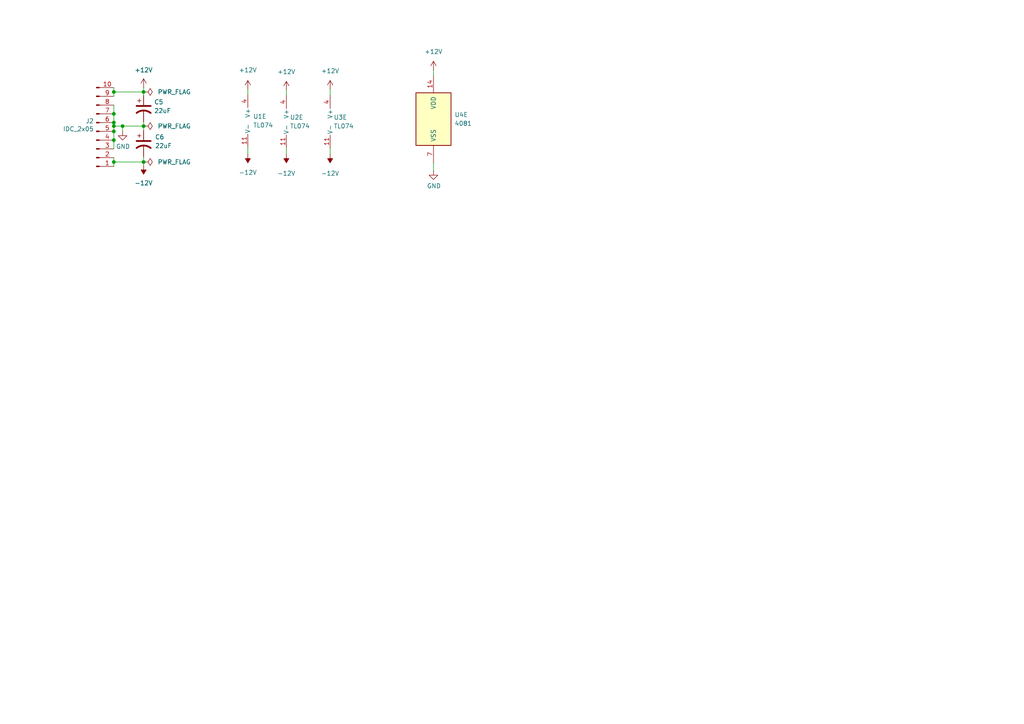
<source format=kicad_sch>
(kicad_sch (version 20211123) (generator eeschema)
  (paper "A4")
  (lib_symbols
    (symbol "4xxx:4081" (pin_names (offset 1.016))
      (property "Reference" "U" (at 0 1.27 0))
      (property "Value" "4081" (at 0 -1.27 0))
      (symbol "4081_1_1"
        (arc (start 0 -3.81) (mid 3.81 0) (end 0 3.81) (stroke (width 0.254)) (fill (type background)))
        (polyline (pts (xy 0 3.81) (xy -3.81 3.81) (xy -3.81 -3.81) (xy 0 -3.81)) (stroke (width 0.254)) (fill (type background)))
        (pin input line (at -7.62 2.54 0) (length 3.81) (name "~") (number "1"))
        (pin input line (at -7.62 -2.54 0) (length 3.81) (name "~") (number "2"))
        (pin output line (at 7.62 0 180) (length 3.81) (name "~") (number "3"))
      )
      (symbol "4081_1_2"
        (arc (start -3.81 -3.81) (mid -2.589 0) (end -3.81 3.81) (stroke (width 0.254)))
        (arc (start -0.6096 -3.81) (mid 2.1842 -2.5851) (end 3.81 0) (stroke (width 0.254)) (fill (type background)))
        (polyline (pts (xy -3.81 -3.81) (xy -0.635 -3.81)) (stroke (width 0.254)) (fill (type background)))
        (polyline (pts (xy -3.81 3.81) (xy -0.635 3.81)) (stroke (width 0.254)) (fill (type background)))
        (polyline (pts (xy -0.635 3.81) (xy -3.81 3.81) (xy -3.81 3.81) (xy -3.556 3.4036) (xy -3.0226 2.2606) (xy -2.6924 1.0414) (xy -2.6162 -0.254) (xy -2.7686 -1.4986) (xy -3.175 -2.7178) (xy -3.81 -3.81) (xy -3.81 -3.81) (xy -0.635 -3.81)) (stroke (width -25.4)) (fill (type background)))
        (arc (start 3.81 0) (mid 2.1915 2.5936) (end -0.6096 3.81) (stroke (width 0.254)) (fill (type background)))
        (pin input inverted (at -7.62 2.54 0) (length 4.318) (name "~") (number "1"))
        (pin input inverted (at -7.62 -2.54 0) (length 4.318) (name "~") (number "2"))
        (pin output inverted (at 7.62 0 180) (length 3.81) (name "~") (number "3"))
      )
      (symbol "4081_2_1"
        (arc (start 0 -3.81) (mid 3.81 0) (end 0 3.81) (stroke (width 0.254)) (fill (type background)))
        (polyline (pts (xy 0 3.81) (xy -3.81 3.81) (xy -3.81 -3.81) (xy 0 -3.81)) (stroke (width 0.254)) (fill (type background)))
        (pin output line (at 7.62 0 180) (length 3.81) (name "~") (number "4"))
        (pin input line (at -7.62 2.54 0) (length 3.81) (name "~") (number "5"))
        (pin input line (at -7.62 -2.54 0) (length 3.81) (name "~") (number "6"))
      )
      (symbol "4081_2_2"
        (arc (start -3.81 -3.81) (mid -2.589 0) (end -3.81 3.81) (stroke (width 0.254)))
        (arc (start -0.6096 -3.81) (mid 2.1842 -2.5851) (end 3.81 0) (stroke (width 0.254)) (fill (type background)))
        (polyline (pts (xy -3.81 -3.81) (xy -0.635 -3.81)) (stroke (width 0.254)) (fill (type background)))
        (polyline (pts (xy -3.81 3.81) (xy -0.635 3.81)) (stroke (width 0.254)) (fill (type background)))
        (polyline (pts (xy -0.635 3.81) (xy -3.81 3.81) (xy -3.81 3.81) (xy -3.556 3.4036) (xy -3.0226 2.2606) (xy -2.6924 1.0414) (xy -2.6162 -0.254) (xy -2.7686 -1.4986) (xy -3.175 -2.7178) (xy -3.81 -3.81) (xy -3.81 -3.81) (xy -0.635 -3.81)) (stroke (width -25.4)) (fill (type background)))
        (arc (start 3.81 0) (mid 2.1915 2.5936) (end -0.6096 3.81) (stroke (width 0.254)) (fill (type background)))
        (pin output inverted (at 7.62 0 180) (length 3.81) (name "~") (number "4"))
        (pin input inverted (at -7.62 2.54 0) (length 4.318) (name "~") (number "5"))
        (pin input inverted (at -7.62 -2.54 0) (length 4.318) (name "~") (number "6"))
      )
      (symbol "4081_3_1"
        (arc (start 0 -3.81) (mid 3.81 0) (end 0 3.81) (stroke (width 0.254)) (fill (type background)))
        (polyline (pts (xy 0 3.81) (xy -3.81 3.81) (xy -3.81 -3.81) (xy 0 -3.81)) (stroke (width 0.254)) (fill (type background)))
        (pin output line (at 7.62 0 180) (length 3.81) (name "~") (number "10"))
        (pin input line (at -7.62 2.54 0) (length 3.81) (name "~") (number "8"))
        (pin input line (at -7.62 -2.54 0) (length 3.81) (name "~") (number "9"))
      )
      (symbol "4081_3_2"
        (arc (start -3.81 -3.81) (mid -2.589 0) (end -3.81 3.81) (stroke (width 0.254)))
        (arc (start -0.6096 -3.81) (mid 2.1842 -2.5851) (end 3.81 0) (stroke (width 0.254)) (fill (type background)))
        (polyline (pts (xy -3.81 -3.81) (xy -0.635 -3.81)) (stroke (width 0.254)) (fill (type background)))
        (polyline (pts (xy -3.81 3.81) (xy -0.635 3.81)) (stroke (width 0.254)) (fill (type background)))
        (polyline (pts (xy -0.635 3.81) (xy -3.81 3.81) (xy -3.81 3.81) (xy -3.556 3.4036) (xy -3.0226 2.2606) (xy -2.6924 1.0414) (xy -2.6162 -0.254) (xy -2.7686 -1.4986) (xy -3.175 -2.7178) (xy -3.81 -3.81) (xy -3.81 -3.81) (xy -0.635 -3.81)) (stroke (width -25.4)) (fill (type background)))
        (arc (start 3.81 0) (mid 2.1915 2.5936) (end -0.6096 3.81) (stroke (width 0.254)) (fill (type background)))
        (pin output inverted (at 7.62 0 180) (length 3.81) (name "~") (number "10"))
        (pin input inverted (at -7.62 2.54 0) (length 4.318) (name "~") (number "8"))
        (pin input inverted (at -7.62 -2.54 0) (length 4.318) (name "~") (number "9"))
      )
      (symbol "4081_4_1"
        (arc (start 0 -3.81) (mid 3.81 0) (end 0 3.81) (stroke (width 0.254)) (fill (type background)))
        (polyline (pts (xy 0 3.81) (xy -3.81 3.81) (xy -3.81 -3.81) (xy 0 -3.81)) (stroke (width 0.254)) (fill (type background)))
        (pin output line (at 7.62 0 180) (length 3.81) (name "~") (number "11"))
        (pin input line (at -7.62 2.54 0) (length 3.81) (name "~") (number "12"))
        (pin input line (at -7.62 -2.54 0) (length 3.81) (name "~") (number "13"))
      )
      (symbol "4081_4_2"
        (arc (start -3.81 -3.81) (mid -2.589 0) (end -3.81 3.81) (stroke (width 0.254)))
        (arc (start -0.6096 -3.81) (mid 2.1842 -2.5851) (end 3.81 0) (stroke (width 0.254)) (fill (type background)))
        (polyline (pts (xy -3.81 -3.81) (xy -0.635 -3.81)) (stroke (width 0.254)) (fill (type background)))
        (polyline (pts (xy -3.81 3.81) (xy -0.635 3.81)) (stroke (width 0.254)) (fill (type background)))
        (polyline (pts (xy -0.635 3.81) (xy -3.81 3.81) (xy -3.81 3.81) (xy -3.556 3.4036) (xy -3.0226 2.2606) (xy -2.6924 1.0414) (xy -2.6162 -0.254) (xy -2.7686 -1.4986) (xy -3.175 -2.7178) (xy -3.81 -3.81) (xy -3.81 -3.81) (xy -0.635 -3.81)) (stroke (width -25.4)) (fill (type background)))
        (arc (start 3.81 0) (mid 2.1915 2.5936) (end -0.6096 3.81) (stroke (width 0.254)) (fill (type background)))
        (pin output inverted (at 7.62 0 180) (length 3.81) (name "~") (number "11"))
        (pin input inverted (at -7.62 2.54 0) (length 4.318) (name "~") (number "12"))
        (pin input inverted (at -7.62 -2.54 0) (length 4.318) (name "~") (number "13"))
      )
      (symbol "4081_5_0"
        (pin power_in line (at 0 12.7 270) (length 5.08) (name "VDD") (number "14"))
        (pin power_in line (at 0 -12.7 90) (length 5.08) (name "VSS") (number "7"))
      )
      (symbol "4081_5_1"
        (rectangle (start -5.08 7.62) (end 5.08 -7.62) (stroke (width 0.254)) (fill (type background)))
      )
    )
    (symbol "Amplifier_Operational:TL074" (pin_names (offset 0.127))
      (property "Reference" "U" (at 0 5.08 0))
      (property "Value" "TL074" (at 0 -5.08 0))
      (symbol "TL074_1_1"
        (polyline (pts (xy -5.08 5.08) (xy 5.08 0) (xy -5.08 -5.08) (xy -5.08 5.08)) (stroke (width 0.254)) (fill (type background)))
        (pin output line (at 7.62 0 180) (length 2.54) (name "~") (number "1"))
        (pin input line (at -7.62 -2.54 0) (length 2.54) (name "-") (number "2"))
        (pin input line (at -7.62 2.54 0) (length 2.54) (name "+") (number "3"))
      )
      (symbol "TL074_2_1"
        (polyline (pts (xy -5.08 5.08) (xy 5.08 0) (xy -5.08 -5.08) (xy -5.08 5.08)) (stroke (width 0.254)) (fill (type background)))
        (pin input line (at -7.62 2.54 0) (length 2.54) (name "+") (number "5"))
        (pin input line (at -7.62 -2.54 0) (length 2.54) (name "-") (number "6"))
        (pin output line (at 7.62 0 180) (length 2.54) (name "~") (number "7"))
      )
      (symbol "TL074_3_1"
        (polyline (pts (xy -5.08 5.08) (xy 5.08 0) (xy -5.08 -5.08) (xy -5.08 5.08)) (stroke (width 0.254)) (fill (type background)))
        (pin input line (at -7.62 2.54 0) (length 2.54) (name "+") (number "10"))
        (pin output line (at 7.62 0 180) (length 2.54) (name "~") (number "8"))
        (pin input line (at -7.62 -2.54 0) (length 2.54) (name "-") (number "9"))
      )
      (symbol "TL074_4_1"
        (polyline (pts (xy -5.08 5.08) (xy 5.08 0) (xy -5.08 -5.08) (xy -5.08 5.08)) (stroke (width 0.254)) (fill (type background)))
        (pin input line (at -7.62 2.54 0) (length 2.54) (name "+") (number "12"))
        (pin input line (at -7.62 -2.54 0) (length 2.54) (name "-") (number "13"))
        (pin output line (at 7.62 0 180) (length 2.54) (name "~") (number "14"))
      )
      (symbol "TL074_5_1"
        (pin power_in line (at -2.54 -7.62 90) (length 3.81) (name "V-") (number "11"))
        (pin power_in line (at -2.54 7.62 270) (length 3.81) (name "V+") (number "4"))
      )
    )
    (symbol "Connector:Conn_01x10_Male" (pin_names (offset 1.016) hide)
      (property "Reference" "J" (at 0 12.7 0))
      (property "Value" "Conn_01x10_Male" (at 0 -15.24 0))
      (symbol "Conn_01x10_Male_1_1"
        (polyline (pts (xy 1.27 -12.7) (xy 0.8636 -12.7)) (stroke (width 0.1524)))
        (polyline (pts (xy 1.27 -10.16) (xy 0.8636 -10.16)) (stroke (width 0.1524)))
        (polyline (pts (xy 1.27 -7.62) (xy 0.8636 -7.62)) (stroke (width 0.1524)))
        (polyline (pts (xy 1.27 -5.08) (xy 0.8636 -5.08)) (stroke (width 0.1524)))
        (polyline (pts (xy 1.27 -2.54) (xy 0.8636 -2.54)) (stroke (width 0.1524)))
        (polyline (pts (xy 1.27 0) (xy 0.8636 0)) (stroke (width 0.1524)))
        (polyline (pts (xy 1.27 2.54) (xy 0.8636 2.54)) (stroke (width 0.1524)))
        (polyline (pts (xy 1.27 5.08) (xy 0.8636 5.08)) (stroke (width 0.1524)))
        (polyline (pts (xy 1.27 7.62) (xy 0.8636 7.62)) (stroke (width 0.1524)))
        (polyline (pts (xy 1.27 10.16) (xy 0.8636 10.16)) (stroke (width 0.1524)))
        (rectangle (start 0.8636 -12.573) (end 0 -12.827) (stroke (width 0.1524)) (fill (type outline)))
        (rectangle (start 0.8636 -10.033) (end 0 -10.287) (stroke (width 0.1524)) (fill (type outline)))
        (rectangle (start 0.8636 -7.493) (end 0 -7.747) (stroke (width 0.1524)) (fill (type outline)))
        (rectangle (start 0.8636 -4.953) (end 0 -5.207) (stroke (width 0.1524)) (fill (type outline)))
        (rectangle (start 0.8636 -2.413) (end 0 -2.667) (stroke (width 0.1524)) (fill (type outline)))
        (rectangle (start 0.8636 0.127) (end 0 -0.127) (stroke (width 0.1524)) (fill (type outline)))
        (rectangle (start 0.8636 2.667) (end 0 2.413) (stroke (width 0.1524)) (fill (type outline)))
        (rectangle (start 0.8636 5.207) (end 0 4.953) (stroke (width 0.1524)) (fill (type outline)))
        (rectangle (start 0.8636 7.747) (end 0 7.493) (stroke (width 0.1524)) (fill (type outline)))
        (rectangle (start 0.8636 10.287) (end 0 10.033) (stroke (width 0.1524)) (fill (type outline)))
        (pin passive line (at 5.08 10.16 180) (length 3.81) (name "Pin_1") (number "1"))
        (pin passive line (at 5.08 -12.7 180) (length 3.81) (name "Pin_10") (number "10"))
        (pin passive line (at 5.08 7.62 180) (length 3.81) (name "Pin_2") (number "2"))
        (pin passive line (at 5.08 5.08 180) (length 3.81) (name "Pin_3") (number "3"))
        (pin passive line (at 5.08 2.54 180) (length 3.81) (name "Pin_4") (number "4"))
        (pin passive line (at 5.08 0 180) (length 3.81) (name "Pin_5") (number "5"))
        (pin passive line (at 5.08 -2.54 180) (length 3.81) (name "Pin_6") (number "6"))
        (pin passive line (at 5.08 -5.08 180) (length 3.81) (name "Pin_7") (number "7"))
        (pin passive line (at 5.08 -7.62 180) (length 3.81) (name "Pin_8") (number "8"))
        (pin passive line (at 5.08 -10.16 180) (length 3.81) (name "Pin_9") (number "9"))
      )
    )
    (symbol "Device:C_Polarized_US" (pin_numbers hide) (pin_names (offset 0.254) hide)
      (property "Reference" "C" (at 0.635 2.54 0))
      (property "Value" "C_Polarized_US" (at 0.635 -2.54 0))
      (symbol "C_Polarized_US_0_1"
        (polyline (pts (xy -2.032 0.762) (xy 2.032 0.762)) (stroke (width 0.508)))
        (polyline (pts (xy -1.778 2.286) (xy -0.762 2.286)))
        (polyline (pts (xy -1.27 1.778) (xy -1.27 2.794)))
        (arc (start 2.032 -1.27) (mid 0 -0.5572) (end -2.032 -1.27) (stroke (width 0.508)))
      )
      (symbol "C_Polarized_US_1_1"
        (pin passive line (at 0 3.81 270) (length 2.794) (name "~") (number "1"))
        (pin passive line (at 0 -3.81 90) (length 3.302) (name "~") (number "2"))
      )
    )
    (symbol "power:+12V" (power) (pin_names (offset 0))
      (property "Value" "+12V" (at 0 3.556 0))
      (symbol "+12V_0_1"
        (polyline (pts (xy -0.762 1.27) (xy 0 2.54)))
        (polyline (pts (xy 0 0) (xy 0 2.54)))
        (polyline (pts (xy 0 2.54) (xy 0.762 1.27)))
      )
      (symbol "+12V_1_1"
        (pin power_in line (at 0 0 90) (length 0) hide (name "+12V") (number "1"))
      )
    )
    (symbol "power:-12V" (power) (pin_names (offset 0))
      (property "Value" "-12V" (at 0 3.81 0))
      (symbol "-12V_0_0"
        (pin power_in line (at 0 0 90) (length 0) hide (name "-12V") (number "1"))
      )
      (symbol "-12V_0_1"
        (polyline (pts (xy 0 0) (xy 0 1.27) (xy 0.762 1.27) (xy 0 2.54) (xy -0.762 1.27) (xy 0 1.27)) (fill (type outline)))
      )
    )
    (symbol "power:GND" (power) (pin_names (offset 0))
      (property "Value" "GND" (at 0 -3.81 0))
      (symbol "GND_0_1"
        (polyline (pts (xy 0 0) (xy 0 -1.27) (xy 1.27 -1.27) (xy 0 -2.54) (xy -1.27 -1.27) (xy 0 -1.27)))
      )
      (symbol "GND_1_1"
        (pin power_in line (at 0 0 270) (length 0) hide (name "GND") (number "1"))
      )
    )
    (symbol "power:PWR_FLAG" (power) (pin_numbers hide) (pin_names (offset 0) hide)
      (property "Value" "PWR_FLAG" (at 0 3.81 0))
      (symbol "PWR_FLAG_0_0"
        (pin power_out line (at 0 0 90) (length 0) (name "pwr") (number "1"))
      )
      (symbol "PWR_FLAG_0_1"
        (polyline (pts (xy 0 0) (xy 0 1.27) (xy -1.016 1.905) (xy 0 2.54) (xy 1.016 1.905) (xy 0 1.27)))
      )
    )
  )
  (junction (at 41.656 26.67))
  (junction (at 33.02 35.56))
  (junction (at 35.56 36.576))
  (junction (at 33.02 38.1))
  (junction (at 41.656 46.99))
  (junction (at 41.656 36.576))
  (junction (at 33.02 33.02))
  (junction (at 33.02 40.64))
  (junction (at 33.02 26.67))
  (junction (at 33.02 46.99))
  (junction (at 33.02 36.576))
  (wire (pts (xy 95.758 25.908) (xy 95.758 27.686)))
  (wire (pts (xy 33.02 26.67) (xy 41.656 26.67)))
  (wire (pts (xy 71.882 42.672) (xy 71.882 44.704)))
  (wire (pts (xy 125.73 20.32) (xy 125.73 21.844)))
  (wire (pts (xy 83.058 42.926) (xy 83.058 44.704)))
  (wire (pts (xy 41.656 36.576) (xy 41.656 37.846)))
  (wire (pts (xy 83.058 26.162) (xy 83.058 27.686)))
  (wire (pts (xy 35.56 36.576) (xy 35.56 38.1)))
  (wire (pts (xy 33.02 36.576) (xy 35.56 36.576)))
  (wire (pts (xy 71.882 25.908) (xy 71.882 27.432)))
  (wire (pts (xy 35.56 36.576) (xy 41.656 36.576)))
  (wire (pts (xy 41.656 26.67) (xy 41.656 27.686)))
  (wire (pts (xy 33.02 26.67) (xy 33.02 27.94)))
  (wire (pts (xy 95.758 42.926) (xy 95.758 44.704)))
  (wire (pts (xy 33.02 36.576) (xy 33.02 38.1)))
  (wire (pts (xy 33.02 45.72) (xy 33.02 46.99)))
  (wire (pts (xy 33.02 38.1) (xy 33.02 40.64)))
  (wire (pts (xy 41.656 25.4) (xy 41.656 26.67)))
  (wire (pts (xy 33.02 40.64) (xy 33.02 43.18)))
  (wire (pts (xy 33.02 25.4) (xy 33.02 26.67)))
  (wire (pts (xy 41.656 35.306) (xy 41.656 36.576)))
  (wire (pts (xy 41.656 45.466) (xy 41.656 46.99)))
  (wire (pts (xy 33.02 46.99) (xy 33.02 48.26)))
  (wire (pts (xy 33.02 36.576) (xy 33.02 35.56)))
  (wire (pts (xy 33.02 30.48) (xy 33.02 33.02)))
  (wire (pts (xy 41.656 46.99) (xy 41.656 48.006)))
  (wire (pts (xy 33.02 46.99) (xy 41.656 46.99)))
  (wire (pts (xy 33.02 33.02) (xy 33.02 35.56)))
  (wire (pts (xy 125.73 47.244) (xy 125.73 49.53)))
  (symbol (lib_id "Amplifier_Operational:TL074") (at 74.422 35.052 0) (unit 5)
    (property "Reference" "U1" (at 73.406 33.7819 0) (effects (justify left)))
    (property "Value" "TL074" (at 73.406 36.3219 0) (effects (justify left)))
    (property "Footprint" "Package_SO:SOIC-14_3.9x8.7mm_P1.27mm" (effects hide))
    (property "Datasheet" "http://www.ti.com/lit/ds/symlink/tl071.pdf" (effects hide))
  )
  (symbol (lib_id "power:GND") (at 35.56 38.1 0) (unit 1)
    (property "Reference" "#PWR08" (effects hide))
    (property "Value" "GND" (at 35.687 42.4942 0))
  )
  (symbol (lib_id "power:+12V") (at 95.758 25.908 0) (unit 1)
    (property "Reference" "#PWR015" (effects hide))
    (property "Value" "+12V" (at 95.758 20.574 0))
  )
  (symbol (lib_id "power:-12V") (at 95.758 44.704 180) (unit 1)
    (property "Reference" "#PWR016" (effects hide))
    (property "Value" "-12V" (at 95.758 50.292 0))
  )
  (symbol (lib_id "power:PWR_FLAG") (at 41.656 36.576 270) (unit 1)
    (property "Reference" "#FLG02" (effects hide))
    (property "Value" "PWR_FLAG" (at 45.72 36.5759 90) (effects (justify left)))
  )
  (symbol (lib_id "power:-12V") (at 71.882 44.704 180) (unit 1)
    (property "Reference" "#PWR012" (effects hide))
    (property "Value" "-12V" (at 71.882 50.038 0))
  )
  (symbol (lib_id "power:+12V") (at 125.73 20.32 0) (unit 1)
    (property "Reference" "#PWR017" (effects hide))
    (property "Value" "+12V" (at 125.73 14.986 0))
  )
  (symbol (lib_id "Connector:Conn_01x10_Male") (at 27.94 38.1 0) (mirror x) (unit 1)
    (property "Reference" "J2" (at 27.2288 35.1028 0) (effects (justify right)))
    (property "Value" "IDC_2x05" (at 27.2288 37.4142 0) (effects (justify right)))
    (property "Footprint" "Connector_IDC:IDC-Header_2x05_P2.54mm_Vertical" (effects hide))
    (property "Type" "Thru-hole" (effects hide))
    (property "LCSC Part #" "C706914" (effects hide))
    (property "Manufacturers Name" "XKB Connectivity " (effects hide))
    (property "Manufacturers Part Number" "X9555WV-2X05-6TV01" (effects hide))
    (property "Mfg #" "X9555WV-2X05-6TV01" (effects hide))
    (property "Package" "Straight,P=2.54mm" (effects hide))
    (property "Part Description" "IDC Connector 2x05 2.54mm Pitch Straight" (effects hide))
  )
  (symbol (lib_id "power:+12V") (at 41.656 25.4 0) (unit 1)
    (property "Reference" "#PWR09" (effects hide))
    (property "Value" "+12V" (at 41.656 20.32 0))
  )
  (symbol (lib_id "Amplifier_Operational:TL074") (at 98.298 35.306 0) (unit 5)
    (property "Reference" "U3" (at 96.774 34.0359 0) (effects (justify left)))
    (property "Value" "TL074" (at 96.774 36.5759 0) (effects (justify left)))
    (property "Footprint" "Package_SO:SOIC-14_3.9x8.7mm_P1.27mm" (effects hide))
    (property "Datasheet" "http://www.ti.com/lit/ds/symlink/tl071.pdf" (effects hide))
  )
  (symbol (lib_id "power:PWR_FLAG") (at 41.656 46.99 270) (unit 1)
    (property "Reference" "#FLG03" (effects hide))
    (property "Value" "PWR_FLAG" (at 45.72 46.9899 90) (effects (justify left)))
  )
  (symbol (lib_id "power:PWR_FLAG") (at 41.656 26.67 270) (unit 1)
    (property "Reference" "#FLG01" (effects hide))
    (property "Value" "PWR_FLAG" (at 45.72 26.6699 90) (effects (justify left)))
  )
  (symbol (lib_id "Amplifier_Operational:TL074") (at 85.598 35.306 0) (unit 5)
    (property "Reference" "U2" (at 84.074 34.0359 0) (effects (justify left)))
    (property "Value" "TL074" (at 84.074 36.5759 0) (effects (justify left)))
    (property "Footprint" "Package_SO:SOIC-14_3.9x8.7mm_P1.27mm" (effects hide))
    (property "Datasheet" "http://www.ti.com/lit/ds/symlink/tl071.pdf" (effects hide))
  )
  (symbol (lib_id "4xxx:4081") (at 125.73 34.544 0) (unit 5)
    (property "Reference" "U4" (at 131.826 33.2739 0) (effects (justify left)))
    (property "Value" "4081" (at 131.826 35.8139 0) (effects (justify left)))
    (property "Footprint" "Package_SO:SOIC-14_3.9x8.7mm_P1.27mm" (effects hide))
    (property "Datasheet" "http://www.intersil.com/content/dam/Intersil/documents/cd40/cd4073bms-81bms-82bms.pdf" (effects hide))
  )
  (symbol (lib_id "power:+12V") (at 71.882 25.908 0) (unit 1)
    (property "Reference" "#PWR011" (effects hide))
    (property "Value" "+12V" (at 71.882 20.32 0))
  )
  (symbol (lib_id "Device:C_Polarized_US") (at 41.656 31.496 0) (unit 1)
    (property "Reference" "C5" (at 44.704 29.5909 0) (effects (justify left)))
    (property "Value" "22uF" (at 44.704 32.1309 0) (effects (justify left)))
    (property "Footprint" "Capacitor_SMD:C_0805_2012Metric_Pad1.18x1.45mm_HandSolder" (effects hide))
  )
  (symbol (lib_id "Device:C_Polarized_US") (at 41.656 41.656 0) (unit 1)
    (property "Reference" "C6" (at 44.958 39.7509 0) (effects (justify left)))
    (property "Value" "22uF" (at 44.958 42.2909 0) (effects (justify left)))
    (property "Footprint" "Capacitor_SMD:C_0805_2012Metric_Pad1.18x1.45mm_HandSolder" (effects hide))
  )
  (symbol (lib_id "power:-12V") (at 41.656 48.006 180) (unit 1)
    (property "Reference" "#PWR010" (effects hide))
    (property "Value" "-12V" (at 41.656 53.086 0))
  )
  (symbol (lib_id "power:+12V") (at 83.058 26.162 0) (unit 1)
    (property "Reference" "#PWR013" (effects hide))
    (property "Value" "+12V" (at 83.058 20.828 0))
  )
  (symbol (lib_id "power:-12V") (at 83.058 44.704 180) (unit 1)
    (property "Reference" "#PWR014" (effects hide))
    (property "Value" "-12V" (at 83.058 50.292 0))
  )
  (symbol (lib_id "power:GND") (at 125.73 49.53 0) (unit 1)
    (property "Reference" "#PWR018" (effects hide))
    (property "Value" "GND" (at 125.857 53.9242 0))
  )
)
</source>
